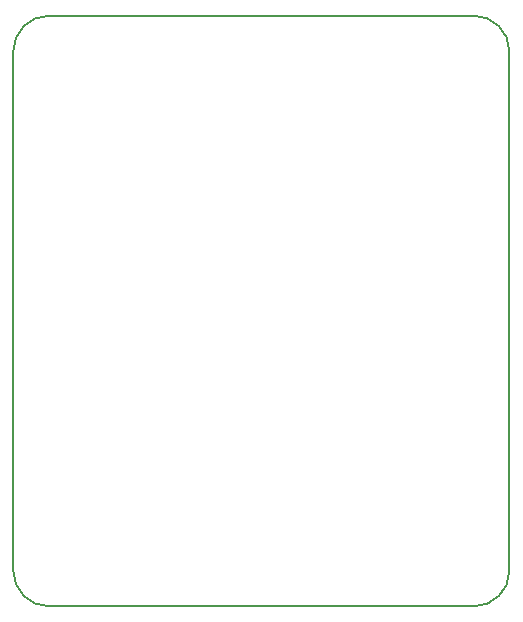
<source format=gm1>
G04 #@! TF.GenerationSoftware,KiCad,Pcbnew,(5.1.2)-1*
G04 #@! TF.CreationDate,2019-05-18T14:04:30+12:00*
G04 #@! TF.ProjectId,SimpleFCv2,53696d70-6c65-4464-9376-322e6b696361,rev?*
G04 #@! TF.SameCoordinates,Original*
G04 #@! TF.FileFunction,Profile,NP*
%FSLAX46Y46*%
G04 Gerber Fmt 4.6, Leading zero omitted, Abs format (unit mm)*
G04 Created by KiCad (PCBNEW (5.1.2)-1) date 2019-05-18 14:04:30*
%MOMM*%
%LPD*%
G04 APERTURE LIST*
%ADD10C,0.150000*%
G04 APERTURE END LIST*
D10*
X129000000Y-123000000D02*
G75*
G02X126000000Y-120000000I0J3000000D01*
G01*
X126000000Y-76000000D02*
G75*
G02X129000000Y-73000000I3000000J0D01*
G01*
X165000000Y-73000000D02*
G75*
G02X168000000Y-76000000I0J-3000000D01*
G01*
X168000000Y-120000000D02*
G75*
G02X165000000Y-123000000I-3000000J0D01*
G01*
X126000000Y-76000000D02*
X126000000Y-120000000D01*
X165000000Y-73000000D02*
X129000000Y-73000000D01*
X168000000Y-120000000D02*
X168000000Y-76000000D01*
X129000000Y-123000000D02*
X165000000Y-123000000D01*
M02*

</source>
